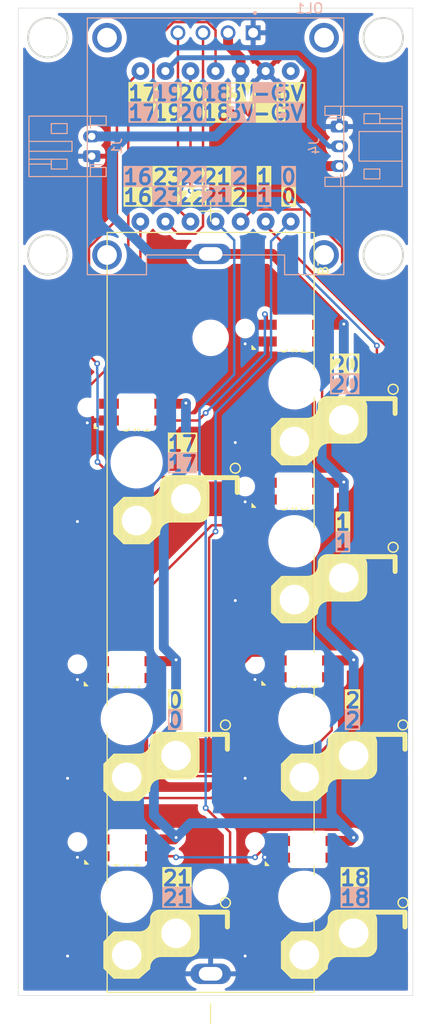
<source format=kicad_pcb>
(kicad_pcb (version 20240108) (generator "pcbnew") (generator_version "8.0")
  (layers (0 "F.Cu" signal) (31 "B.Cu" signal) (34 "B.Paste" user) (35 "F.Paste" user) (36 "B.SilkS" user "B.Silkscreen") (37 "F.SilkS" user "F.Silkscreen") (38 "B.Mask" user) (39 "F.Mask" user) (44 "Edge.Cuts" user))
  (net 0 "")
  (net 1 "unconnected-(LED5-DOUT-Pad2)")
  (net 2 "VCC")
  (net 3 "GND")
  (net 4 "LED")
  (net 5 "SW4")
  (net 6 "SW3")
  (net 7 "SW1")
  (net 8 "SW5")
  (net 9 "SW2")
  (net 10 "Net-(LED1-DOUT)")
  (net 11 "Net-(LED2-DOUT)")
  (net 12 "Net-(LED3-DOUT)")
  (net 13 "Net-(LED4-DOUT)")
  (net 14 "SCL")
  (net 15 "SDA")
  (net 16 "unconnected-(LED6-DOUT-Pad2)")
  (net 19 "LED2")
  (net 20 "SW6")
  (net 21 "SW7")
  (footprint "06:BAT_BK-18650-PC2" (layer "F.Cu") (at 69.5 111.2 -90)
    (property "Reference" "BT1" (at -35.455 -11.43 90) (layer "F.SilkS"))
    (property "Value" "BK-18650-PC2")
    (pad "" np_thru_hole circle (at -27.805 0 270) (size 3.2 3.2) (drill 3.2) (layers "*.Cu" "*.Mask"))
    (pad "" np_thru_hole circle (at 27.81 0 270) (size 3.2 3.2) (drill 3.2) (layers "*.Cu" "*.Mask"))
    (pad "+" thru_hole oval (at -36.3 0 270) (size 2.07 4.14) (drill oval 1.38 2.4) (layers "*.Cu" "*.Mask") (net 2 "VCC"))
    (pad "-" thru_hole oval (at 36.6 0 270) (size 2.07 4.14) (drill oval 1.38 2.4) (layers "*.Cu" "*.Mask") (net 3 "GND"))
  )
  (footprint "00Lib:SK6812MINI-E-backside3D" (layer "F.Cu") (at 79.35 132.275)
    (property "Reference" "LED7")
    (property "Value" "RGBLED_SK6812MINI-E")
    (pad "" np_thru_hole oval (at -1.6 2.925) (size 0.3 3.3) (drill oval 0.3 3.3) (layers "F&B.Cu" "*.Mask"))
    (pad "" np_thru_hole oval (at -1.325 2.925) (size 0.5 3.3) (drill oval 0.5 3.3) (layers "F&B.Cu" "*.Mask"))
    (pad "" np_thru_hole oval (at -0.7 2.925) (size 1.5 3.3) (drill oval 1.5 3.3) (layers "F&B.Cu" "*.Mask"))
    (pad "" np_thru_hole oval (at 0 1.425 90) (size 0.3 3.5) (drill oval 0.3 3.5) (layers "F&B.Cu" "*.Mask"))
    (pad "" np_thru_hole oval (at 0 4.425 90) (size 0.3 3.5) (drill oval 0.3 3.5) (layers "F&B.Cu" "*.Mask"))
    (pad "" np_thru_hole oval (at 0.25 2.925) (size 1.5 3.3) (drill oval 1.5 3.3) (layers "F&B.Cu" "*.Mask"))
    (pad "" np_thru_hole oval (at 0.675 2.925) (size 1.5 3.3) (drill oval 1.5 3.3) (layers "F&B.Cu" "*.Mask"))
    (pad "" np_thru_hole oval (at 1.325 2.925) (size 0.5 3.3) (drill oval 0.5 3.3) (layers "F&B.Cu" "*.Mask"))
    (pad "" np_thru_hole oval (at 1.6 2.925) (size 0.3 3.3) (drill oval 0.3 3.3) (layers "F&B.Cu" "*.Mask"))
    (pad "1" smd rect (at 2.8 2.0675) (size 2 1.02) (layers "F.Cu" "F.Paste" "F.Mask") (net 2 "VCC"))
    (pad "2" smd rect (at 2.8 3.7675) (size 2 1.02) (layers "F.Cu" "F.Paste" "F.Mask"))
    (pad "3" smd rect (at -2.8 3.7675) (size 2 1.02) (layers "F.Cu" "F.Paste" "F.Mask") (net 3 "GND"))
    (pad "4" smd rect (at -2.8 2.0675) (size 2 1.02) (layers "F.Cu" "F.Paste" "F.Mask") (net 16 "unconnected-(LED6-DOUT-Pad2)"))
  )
  (footprint "00Lib:SK6812MINI-E-backside3D" (layer "F.Cu") (at 61.05 132.125)
    (property "Reference" "LED6")
    (property "Value" "RGBLED_SK6812MINI-E")
    (pad "" np_thru_hole oval (at -1.6 2.925) (size 0.3 3.3) (drill oval 0.3 3.3) (layers "F&B.Cu" "*.Mask"))
    (pad "" np_thru_hole oval (at -1.325 2.925) (size 0.5 3.3) (drill oval 0.5 3.3) (layers "F&B.Cu" "*.Mask"))
    (pad "" np_thru_hole oval (at -0.7 2.925) (size 1.5 3.3) (drill oval 1.5 3.3) (layers "F&B.Cu" "*.Mask"))
    (pad "" np_thru_hole oval (at 0 1.425 90) (size 0.3 3.5) (drill oval 0.3 3.5) (layers "F&B.Cu" "*.Mask"))
    (pad "" np_thru_hole oval (at 0 4.425 90) (size 0.3 3.5) (drill oval 0.3 3.5) (layers "F&B.Cu" "*.Mask"))
    (pad "" np_thru_hole oval (at 0.25 2.925) (size 1.5 3.3) (drill oval 1.5 3.3) (layers "F&B.Cu" "*.Mask"))
    (pad "" np_thru_hole oval (at 0.675 2.925) (size 1.5 3.3) (drill oval 1.5 3.3) (layers "F&B.Cu" "*.Mask"))
    (pad "" np_thru_hole oval (at 1.325 2.925) (size 0.5 3.3) (drill oval 0.5 3.3) (layers "F&B.Cu" "*.Mask"))
    (pad "" np_thru_hole oval (at 1.6 2.925) (size 0.3 3.3) (drill oval 0.3 3.3) (layers "F&B.Cu" "*.Mask"))
    (pad "1" smd rect (at 2.8 2.0675) (size 2 1.02) (layers "F.Cu" "F.Paste" "F.Mask") (net 2 "VCC"))
    (pad "2" smd rect (at 2.8 3.7675) (size 2 1.02) (layers "F.Cu" "F.Paste" "F.Mask") (net 16 "unconnected-(LED6-DOUT-Pad2)"))
    (pad "3" smd rect (at -2.8 3.7675) (size 2 1.02) (layers "F.Cu" "F.Paste" "F.Mask") (net 3 "GND"))
    (pad "4" smd rect (at -2.8 2.0675) (size 2 1.02) (layers "F.Cu" "F.Paste" "F.Mask") (net 1 "unconnected-(LED5-DOUT-Pad2)"))
  )
  (footprint "00Lib:SK6812MINI-E-backside3D" (layer "F.Cu") (at 62 88)
    (property "Reference" "LED1")
    (property "Value" "RGBLED_SK6812MINI-E")
    (pad "" np_thru_hole oval (at -1.6 2.925) (size 0.3 3.3) (drill oval 0.3 3.3) (layers "F&B.Cu" "*.Mask"))
    (pad "" np_thru_hole oval (at -1.325 2.925) (size 0.5 3.3) (drill oval 0.5 3.3) (layers "F&B.Cu" "*.Mask"))
    (pad "" np_thru_hole oval (at -0.7 2.925) (size 1.5 3.3) (drill oval 1.5 3.3) (layers "F&B.Cu" "*.Mask"))
    (pad "" np_thru_hole oval (at 0 1.425 90) (size 0.3 3.5) (drill oval 0.3 3.5) (layers "F&B.Cu" "*.Mask"))
    (pad "" np_thru_hole oval (at 0 4.425 90) (size 0.3 3.5) (drill oval 0.3 3.5) (layers "F&B.Cu" "*.Mask"))
    (pad "" np_thru_hole oval (at 0.25 2.925) (size 1.5 3.3) (drill oval 1.5 3.3) (layers "F&B.Cu" "*.Mask"))
    (pad "" np_thru_hole oval (at 0.675 2.925) (size 1.5 3.3) (drill oval 1.5 3.3) (layers "F&B.Cu" "*.Mask"))
    (pad "" np_thru_hole oval (at 1.325 2.925) (size 0.5 3.3) (drill oval 0.5 3.3) (layers "F&B.Cu" "*.Mask"))
    (pad "" np_thru_hole oval (at 1.6 2.925) (size 0.3 3.3) (drill oval 0.3 3.3) (layers "F&B.Cu" "*.Mask"))
    (pad "1" smd rect (at 2.8 2.0675) (size 2 1.02) (layers "F.Cu" "F.Paste" "F.Mask") (net 2 "VCC"))
    (pad "2" smd rect (at 2.8 3.7675) (size 2 1.02) (layers "F.Cu" "F.Paste" "F.Mask") (net 10 "Net-(LED1-DOUT)"))
    (pad "3" smd rect (at -2.8 3.7675) (size 2 1.02) (layers "F.Cu" "F.Paste" "F.Mask") (net 3 "GND"))
    (pad "4" smd rect (at -2.8 2.0675) (size 2 1.02) (layers "F.Cu" "F.Paste" "F.Mask") (net 4 "LED"))
  )
  (footprint "kbd_Parts:Micon_XIAO_TH3D" (layer "F.Cu") (at 70 64 -90)
    (property "Reference" "U1" (hide yes))
    (property "Value" "xiao-th" (hide yes))
    (pad "1" thru_hole circle (at 7.62 -7.62 90) (size 1.8 1.8) (drill 0.8128) (layers "*.Cu" "*.Mask") (net 5 "SW4"))
    (pad "2" thru_hole circle (at 7.62 -5.08 90) (size 1.8 1.8) (drill 0.8128) (layers "*.Cu" "*.Mask") (net 6 "SW3"))
    (pad "3" thru_hole circle (at 7.62 -2.54 90) (size 1.8 1.8) (drill 0.8128) (layers "*.Cu" "*.Mask") (net 8 "SW5"))
    (pad "4" thru_hole circle (at 7.62 0 90) (size 1.8 1.8) (drill 0.8128) (layers "*.Cu" "*.Mask") (net 20 "SW6"))
    (pad "5" thru_hole circle (at 7.62 2.54 90) (size 1.8 1.8) (drill 0.8128) (layers "*.Cu" "*.Mask") (net 15 "SDA"))
    (pad "6" thru_hole circle (at 7.62 5.08 90) (size 1.8 1.8) (drill 0.8128) (layers "*.Cu" "*.Mask") (net 14 "SCL"))
    (pad "7" thru_hole circle (at 7.62 7.62 90) (size 1.8 1.8) (drill 0.8128) (layers "*.Cu" "*.Mask") (net 4 "LED"))
    (pad "8" thru_hole circle (at -7.62 7.62 270) (size 1.8 1.8) (drill 0.8128) (layers "*.Cu" "*.Mask") (net 7 "SW1"))
    (pad "9" thru_hole circle (at -7.62 5.08 270) (size 1.8 1.8) (drill 0.8128) (layers "*.Cu" "*.Mask") (net 19 "LED2"))
    (pad "10" thru_hole circle (at -7.62 2.54 270) (size 1.8 1.8) (drill 0.8128) (layers "*.Cu" "*.Mask") (net 9 "SW2"))
    (pad "11" thru_hole circle (at -7.62 0 270) (size 1.8 1.8) (drill 0.8128) (layers "*.Cu" "*.Mask") (net 21 "SW7"))
    (pad "12" thru_hole circle (at -7.62 -2.54 270) (size 1.8 1.8) (drill 0.8128) (layers "*.Cu" "*.Mask") (net 2 "VCC"))
    (pad "13" thru_hole circle (at -7.62 -5.08 270) (size 1.8 1.8) (drill 0.8128) (layers "*.Cu" "*.Mask") (net 3 "GND"))
    (pad "14" thru_hole circle (at -7.62 -7.62 270) (size 1.8 1.8) (drill 0.8128) (layers "*.Cu" "*.Mask"))
  )
  (footprint "05kbd_SW_PCBA.pretty:Choc_v2_Hotswap_1u_16_3D" (layer "F.Cu") (at 62 96)
    (property "Reference" "SW1" (at 0 -3.65 180) (layer "F.SilkS"))
    (property "Value" "SW_PUSH" (hide yes))
    (pad "" np_thru_hole circle (at -5 -5.55) (size 1 1) (drill oval 1) (layers "F&B.Cu" "*.Mask"))
    (pad "" np_thru_hole circle (at 0 0 270) (size 4.8 4.8) (drill 4.8) (layers "F&B.Cu" "*.Mask"))
    (pad "" np_thru_hole circle (at 0 5.9 270) (size 3 3) (drill 3) (layers "F&B.Cu" "*.Mask"))
    (pad "" np_thru_hole circle (at 5 3.7 270) (size 3 3) (drill 3) (layers "F&B.Cu" "*.Mask"))
    (pad "1" smd rect (at 8.35 3.7 180) (size 3 3.5) (layers "F.Cu" "F.Paste" "F.Mask") (net 7 "SW1"))
    (pad "2" smd rect (at -3.55 5.9 180) (size 3 3.5) (layers "F.Cu" "F.Paste" "F.Mask") (net 3 "GND"))
  )
  (footprint "05kbd_SW_PCBA.pretty:Choc_v2_Hotswap_1u_16_3D" (layer "F.Cu") (at 78 88)
    (property "Reference" "SW2" (at 0 -3.65 180) (layer "F.SilkS"))
    (property "Value" "SW_PUSH" (hide yes))
    (pad "" np_thru_hole circle (at -5 -5.55) (size 1 1) (drill oval 1) (layers "F&B.Cu" "*.Mask"))
    (pad "" np_thru_hole circle (at 0 0 270) (size 4.8 4.8) (drill 4.8) (layers "F&B.Cu" "*.Mask"))
    (pad "" np_thru_hole circle (at 0 5.9 270) (size 3 3) (drill 3) (layers "F&B.Cu" "*.Mask"))
    (pad "" np_thru_hole circle (at 5 3.7 270) (size 3 3) (drill 3) (layers "F&B.Cu" "*.Mask"))
    (pad "1" smd rect (at 8.35 3.7 180) (size 3 3.5) (layers "F.Cu" "F.Paste" "F.Mask") (net 9 "SW2"))
    (pad "2" smd rect (at -3.55 5.9 180) (size 3 3.5) (layers "F.Cu" "F.Paste" "F.Mask") (net 3 "GND"))
  )
  (footprint "05kbd_SW_PCBA.pretty:Choc_v2_Hotswap_1u_16_3D" (layer "F.Cu") (at 61 140)
    (property "Reference" "SW6" (at 0 -3.65 180) (layer "F.SilkS"))
    (property "Value" "SW_PUSH" (hide yes))
    (pad "" np_thru_hole circle (at -5 -5.55) (size 1 1) (drill oval 1) (layers "F&B.Cu" "*.Mask"))
    (pad "" np_thru_hole circle (at 0 0 270) (size 4.8 4.8) (drill 4.8) (layers "F&B.Cu" "*.Mask"))
    (pad "" np_thru_hole circle (at 0 5.9 270) (size 3 3) (drill 3) (layers "F&B.Cu" "*.Mask"))
    (pad "" np_thru_hole circle (at 5 3.7 270) (size 3 3) (drill 3) (layers "F&B.Cu" "*.Mask"))
    (pad "1" smd rect (at 8.35 3.7 180) (size 3 3.5) (layers "F.Cu" "F.Paste" "F.Mask") (net 20 "SW6"))
    (pad "2" smd rect (at -3.55 5.9 180) (size 3 3.5) (layers "F.Cu" "F.Paste" "F.Mask") (net 3 "GND"))
  )
  (footprint "00Lib:SK6812MINI-E-backside3D" (layer "F.Cu") (at 79 114)
    (property "Reference" "LED5")
    (property "Value" "RGBLED_SK6812MINI-E")
    (pad "" np_thru_hole oval (at -1.6 2.925) (size 0.3 3.3) (drill oval 0.3 3.3) (layers "F&B.Cu" "*.Mask"))
    (pad "" np_thru_hole oval (at -1.325 2.925) (size 0.5 3.3) (drill oval 0.5 3.3) (layers "F&B.Cu" "*.Mask"))
    (pad "" np_thru_hole oval (at -0.7 2.925) (size 1.5 3.3) (drill oval 1.5 3.3) (layers "F&B.Cu" "*.Mask"))
    (pad "" np_thru_hole oval (at 0 1.425 90) (size 0.3 3.5) (drill oval 0.3 3.5) (layers "F&B.Cu" "*.Mask"))
    (pad "" np_thru_hole oval (at 0 4.425 90) (size 0.3 3.5) (drill oval 0.3 3.5) (layers "F&B.Cu" "*.Mask"))
    (pad "" np_thru_hole oval (at 0.25 2.925) (size 1.5 3.3) (drill oval 1.5 3.3) (layers "F&B.Cu" "*.Mask"))
    (pad "" np_thru_hole oval (at 0.675 2.925) (size 1.5 3.3) (drill oval 1.5 3.3) (layers "F&B.Cu" "*.Mask"))
    (pad "" np_thru_hole oval (at 1.325 2.925) (size 0.5 3.3) (drill oval 0.5 3.3) (layers "F&B.Cu" "*.Mask"))
    (pad "" np_thru_hole oval (at 1.6 2.925) (size 0.3 3.3) (drill oval 0.3 3.3) (layers "F&B.Cu" "*.Mask"))
    (pad "1" smd rect (at 2.8 2.0675) (size 2 1.02) (layers "F.Cu" "F.Paste" "F.Mask") (net 2 "VCC"))
    (pad "2" smd rect (at 2.8 3.7675) (size 2 1.02) (layers "F.Cu" "F.Paste" "F.Mask") (net 1 "unconnected-(LED5-DOUT-Pad2)"))
    (pad "3" smd rect (at -2.8 3.7675) (size 2 1.02) (layers "F.Cu" "F.Paste" "F.Mask") (net 3 "GND"))
    (pad "4" smd rect (at -2.8 2.0675) (size 2 1.02) (layers "F.Cu" "F.Paste" "F.Mask") (net 13 "Net-(LED4-DOUT)"))
  )
  (footprint "05kbd_SW_PCBA.pretty:Choc_v2_Hotswap_1u_16_3D" (layer "F.Cu") (at 79 140)
    (property "Reference" "SW7" (at 0 -3.65 180) (layer "F.SilkS"))
    (property "Value" "SW_PUSH" (hide yes))
    (pad "" np_thru_hole circle (at -5 -5.55) (size 1 1) (drill oval 1) (layers "F&B.Cu" "*.Mask"))
    (pad "" np_thru_hole circle (at 0 0 270) (size 4.8 4.8) (drill 4.8) (layers "F&B.Cu" "*.Mask"))
    (pad "" np_thru_hole circle (at 0 5.9 270) (size 3 3) (drill 3) (layers "F&B.Cu" "*.Mask"))
    (pad "" np_thru_hole circle (at 5 3.7 270) (size 3 3) (drill 3) (layers "F&B.Cu" "*.Mask"))
    (pad "1" smd rect (at 8.35 3.7 180) (size 3 3.5) (layers "F.Cu" "F.Paste" "F.Mask") (net 21 "SW7"))
    (pad "2" smd rect (at -3.55 5.9 180) (size 3 3.5) (layers "F.Cu" "F.Paste" "F.Mask") (net 3 "GND"))
  )
  (footprint "05kbd_SW_PCBA.pretty:Choc_v2_Hotswap_1u_16_3D" (layer "F.Cu") (at 79 122)
    (property "Reference" "SW5" (at 0 -3.65 180) (layer "F.SilkS"))
    (property "Value" "SW_PUSH" (hide yes))
    (pad "" np_thru_hole circle (at -5 -5.55) (size 1 1) (drill oval 1) (layers "F&B.Cu" "*.Mask"))
    (pad "" np_thru_hole circle (at 0 0 270) (size 4.8 4.8) (drill 4.8) (layers "F&B.Cu" "*.Mask"))
    (pad "" np_thru_hole circle (at 0 5.9 270) (size 3 3) (drill 3) (layers "F&B.Cu" "*.Mask"))
    (pad "" np_thru_hole circle (at 5 3.7 270) (size 3 3) (drill 3) (layers "F&B.Cu" "*.Mask"))
    (pad "1" smd rect (at 8.35 3.7 180) (size 3 3.5) (layers "F.Cu" "F.Paste" "F.Mask") (net 8 "SW5"))
    (pad "2" smd rect (at -3.55 5.9 180) (size 3 3.5) (layers "F.Cu" "F.Paste" "F.Mask") (net 3 "GND"))
  )
  (footprint "00Lib:SK6812MINI-E-backside3D" (layer "F.Cu") (at 78 80)
    (property "Reference" "LED2")
    (property "Value" "RGBLED_SK6812MINI-E" (hide yes))
    (pad "" np_thru_hole oval (at -1.6 2.925) (size 0.3 3.3) (drill oval 0.3 3.3) (layers "F&B.Cu" "*.Mask"))
    (pad "" np_thru_hole oval (at -1.325 2.925) (size 0.5 3.3) (drill oval 0.5 3.3) (layers "F&B.Cu" "*.Mask"))
    (pad "" np_thru_hole oval (at -0.7 2.925) (size 1.5 3.3) (drill oval 1.5 3.3) (layers "F&B.Cu" "*.Mask"))
    (pad "" np_thru_hole oval (at 0 1.425 90) (size 0.3 3.5) (drill oval 0.3 3.5) (layers "F&B.Cu" "*.Mask"))
    (pad "" np_thru_hole oval (at 0 4.425 90) (size 0.3 3.5) (drill oval 0.3 3.5) (layers "F&B.Cu" "*.Mask"))
    (pad "" np_thru_hole oval (at 0.25 2.925) (size 1.5 3.3) (drill oval 1.5 3.3) (layers "F&B.Cu" "*.Mask"))
    (pad "" np_thru_hole oval (at 0.675 2.925) (size 1.5 3.3) (drill oval 1.5 3.3) (layers "F&B.Cu" "*.Mask"))
    (pad "" np_thru_hole oval (at 1.325 2.925) (size 0.5 3.3) (drill oval 0.5 3.3) (layers "F&B.Cu" "*.Mask"))
    (pad "" np_thru_hole oval (at 1.6 2.925) (size 0.3 3.3) (drill oval 0.3 3.3) (layers "F&B.Cu" "*.Mask"))
    (pad "1" smd rect (at 2.8 2.0675) (size 2 1.02) (layers "F.Cu" "F.Paste" "F.Mask") (net 2 "VCC"))
    (pad "2" smd rect (at 2.8 3.7675) (size 2 1.02) (layers "F.Cu" "F.Paste" "F.Mask") (net 11 "Net-(LED2-DOUT)"))
    (pad "3" smd rect (at -2.8 3.7675) (size 2 1.02) (layers "F.Cu" "F.Paste" "F.Mask") (net 3 "GND"))
    (pad "4" smd rect (at -2.8 2.0675) (size 2 1.02) (layers "F.Cu" "F.Paste" "F.Mask") (net 10 "Net-(LED1-DOUT)"))
  )
  (footprint "00Lib:SK6812MINI-E-backside3D" (layer "F.Cu") (at 61 114.075)
    (property "Reference" "LED4")
    (property "Value" "RGBLED_SK6812MINI-E")
    (pad "" np_thru_hole oval (at -1.6 2.925) (size 0.3 3.3) (drill oval 0.3 3.3) (layers "F&B.Cu" "*.Mask"))
    (pad "" np_thru_hole oval (at -1.325 2.925) (size 0.5 3.3) (drill oval 0.5 3.3) (layers "F&B.Cu" "*.Mask"))
    (pad "" np_thru_hole oval (at -0.7 2.925) (size 1.5 3.3) (drill oval 1.5 3.3) (layers "F&B.Cu" "*.Mask"))
    (pad "" np_thru_hole oval (at 0 1.425 90) (size 0.3 3.5) (drill oval 0.3 3.5) (layers "F&B.Cu" "*.Mask"))
    (pad "" np_thru_hole oval (at 0 4.425 90) (size 0.3 3.5) (drill oval 0.3 3.5) (layers "F&B.Cu" "*.Mask"))
    (pad "" np_thru_hole oval (at 0.25 2.925) (size 1.5 3.3) (drill oval 1.5 3.3) (layers "F&B.Cu" "*.Mask"))
    (pad "" np_thru_hole oval (at 0.675 2.925) (size 1.5 3.3) (drill oval 1.5 3.3) (layers "F&B.Cu" "*.Mask"))
    (pad "" np_thru_hole oval (at 1.325 2.925) (size 0.5 3.3) (drill oval 0.5 3.3) (layers "F&B.Cu" "*.Mask"))
    (pad "" np_thru_hole oval (at 1.6 2.925) (size 0.3 3.3) (drill oval 0.3 3.3) (layers "F&B.Cu" "*.Mask"))
    (pad "1" smd rect (at 2.8 2.0675) (size 2 1.02) (layers "F.Cu" "F.Paste" "F.Mask") (net 2 "VCC"))
    (pad "2" smd rect (at 2.8 3.7675) (size 2 1.02) (layers "F.Cu" "F.Paste" "F.Mask") (net 13 "Net-(LED4-DOUT)"))
    (pad "3" smd rect (at -2.8 3.7675) (size 2 1.02) (layers "F.Cu" "F.Paste" "F.Mask") (net 3 "GND"))
    (pad "4" smd rect (at -2.8 2.0675) (size 2 1.02) (layers "F.Cu" "F.Paste" "F.Mask") (net 12 "Net-(LED3-DOUT)"))
  )
  (footprint "05kbd_SW_PCBA.pretty:Choc_v2_Hotswap_1u_16_3D" (layer "F.Cu") (at 78 104)
    (property "Reference" "SW3" (at 0 -3.65 180) (layer "F.SilkS"))
    (property "Value" "SW_PUSH" (hide yes))
    (pad "" np_thru_hole circle (at -5 -5.55) (size 1 1) (drill oval 1) (layers "F&B.Cu" "*.Mask"))
    (pad "" np_thru_hole circle (at 0 0 270) (size 4.8 4.8) (drill 4.8) (layers "F&B.Cu" "*.Mask"))
    (pad "" np_thru_hole circle (at 0 5.9 270) (size 3 3) (drill 3) (layers "F&B.Cu" "*.Mask"))
    (pad "" np_thru_hole circle (at 5 3.7 270) (size 3 3) (drill 3) (layers "F&B.Cu" "*.Mask"))
    (pad "1" smd rect (at 8.35 3.7 180) (size 3 3.5) (layers "F.Cu" "F.Paste" "F.Mask") (net 6 "SW3"))
    (pad "2" smd rect (at -3.55 5.9 180) (size 3 3.5) (layers "F.Cu" "F.Paste" "F.Mask") (net 3 "GND"))
  )
  (footprint "00Lib:SK6812MINI-E-backside3D" (layer "F.Cu") (at 78 96)
    (property "Reference" "LED3")
    (property "Value" "RGBLED_SK6812MINI-E")
    (pad "" np_thru_hole oval (at -1.6 2.925) (size 0.3 3.3) (drill oval 0.3 3.3) (layers "F&B.Cu" "*.Mask"))
    (pad "" np_thru_hole oval (at -1.325 2.925) (size 0.5 3.3) (drill oval 0.5 3.3) (layers "F&B.Cu" "*.Mask"))
    (pad "" np_thru_hole oval (at -0.7 2.925) (size 1.5 3.3) (drill oval 1.5 3.3) (layers "F&B.Cu" "*.Mask"))
    (pad "" np_thru_hole oval (at 0 1.425 90) (size 0.3 3.5) (drill oval 0.3 3.5) (layers "F&B.Cu" "*.Mask"))
    (pad "" np_thru_hole oval (at 0 4.425 90) (size 0.3 3.5) (drill oval 0.3 3.5) (layers "F&B.Cu" "*.Mask"))
    (pad "" np_thru_hole oval (at 0.25 2.925) (size 1.5 3.3) (drill oval 1.5 3.3) (layers "F&B.Cu" "*.Mask"))
    (pad "" np_thru_hole oval (at 0.675 2.925) (size 1.5 3.3) (drill oval 1.5 3.3) (layers "F&B.Cu" "*.Mask"))
    (pad "" np_thru_hole oval (at 1.325 2.925) (size 0.5 3.3) (drill oval 0.5 3.3) (layers "F&B.Cu" "*.Mask"))
    (pad "" np_thru_hole oval (at 1.6 2.925) (size 0.3 3.3) (drill oval 0.3 3.3) (layers "F&B.Cu" "*.Mask"))
    (pad "1" smd rect (at 2.8 2.0675) (size 2 1.02) (layers "F.Cu" "F.Paste" "F.Mask") (net 2 "VCC"))
    (pad "2" smd rect (at 2.8 3.7675) (size 2 1.02) (layers "F.Cu" "F.Paste" "F.Mask") (net 12 "Net-(LED3-DOUT)"))
    (pad "3" smd rect (at -2.8 3.7675) (size 2 1.02) (layers "F.Cu" "F.Paste" "F.Mask") (net 3 "GND"))
    (pad "4" smd rect (at -2.8 2.0675) (size 2 1.02) (layers "F.Cu" "F.Paste" "F.Mask") (net 11 "Net-(LED2-DOUT)"))
  )
  (footprint "05kbd_SW_PCBA.pretty:Choc_v2_Hotswap_1u_16_3D" (layer "F.Cu") (at 61 122)
    (property "Reference" "SW4" (at 0 -3.65 180) (layer "F.SilkS"))
    (property "Value" "SW_PUSH" (hide yes))
    (pad "" np_thru_hole circle (at -5 -5.55) (size 1 1) (drill oval 1) (layers "F&B.Cu" "*.Mask"))
    (pad "" np_thru_hole circle (at 0 0 270) (size 4.8 4.8) (drill 4.8) (layers "F&B.Cu" "*.Mask"))
    (pad "" np_thru_hole circle (at 0 5.9 270) (size 3 3) (drill 3) (layers "F&B.Cu" "*.Mask"))
    (pad "" np_thru_hole circle (at 5 3.7 270) (size 3 3) (drill 3) (layers "F&B.Cu" "*.Mask"))
    (pad "1" smd rect (at 8.35 3.7 180) (size 3 3.5) (layers "F.Cu" "F.Paste" "F.Mask") (net 5 "SW4"))
    (pad "2" smd rect (at -3.55 5.9 180) (size 3 3.5) (layers "F.Cu" "F.Paste" "F.Mask") (net 3 "GND"))
  )
  (footprint "Connector_JST:JST_PH_S3B-PH-K_1x03_P2.00mm_Horizontal" (layer "B.Cu") (at 82.55 62 -90)
    (property "Reference" "J4" (at 2 2.55 90) (layer "B.SilkS") (effects (justify mirror)))
    (property "Value" "Conn_01x03")
    (pad "1" thru_hole roundrect (at 0 0 270) (size 1.2 1.75) (drill 0.75) (layers "*.Cu" "*.Mask") (roundrect_rratio 0.208333) (net 3 "GND"))
    (pad "2" thru_hole oval (at 2 0 270) (size 1.2 1.75) (drill 0.75) (layers "*.Cu" "*.Mask") (net 19 "LED2"))
    (pad "3" thru_hole oval (at 4 0 270) (size 1.2 1.75) (drill 0.75) (layers "*.Cu" "*.Mask") (net 2 "VCC"))
  )
  (footprint "Connector_JST:JST_PH_S2B-PH-K_1x02_P2.00mm_Horizontal" (layer "B.Cu") (at 57.45 65 90)
    (property "Reference" "J1" (at 1 2.55 90) (layer "B.SilkS") (effects (justify mirror)))
    (property "Value" "Conn_01x02")
    (pad "1" thru_hole roundrect (at 0 0 90) (size 1.2 1.75) (drill 0.75) (layers "*.Cu" "*.Mask") (roundrect_rratio 0.208333) (net 3 "GND"))
    (pad "2" thru_hole oval (at 2 0 90) (size 1.2 1.75) (drill 0.75) (layers "*.Cu" "*.Mask") (net 2 "VCC"))
  )
  (footprint "07:MODULE_DM-OLED096-636" (layer "B.Cu") (at 70 64 180)
    (property "Reference" "OL1" (at -9.525 13.97 0) (layer "B.SilkS") (effects (justify mirror)))
    (property "Value" "OLED")
    (pad "1" thru_hole rect (at -3.81 11.5 180) (size 1.508 1.508) (drill 1) (layers "*.Cu" "*.Mask") (net 3 "GND"))
    (pad "2" thru_hole circle (at -1.27 11.5 180) (size 1.508 1.508) (drill 1) (layers "*.Cu" "*.Mask") (net 2 "VCC"))
    (pad "3" thru_hole circle (at 1.27 11.5 180) (size 1.508 1.508) (drill 1) (layers "*.Cu" "*.Mask") (net 14 "SCL"))
    (pad "4" thru_hole circle (at 3.81 11.5 180) (size 1.508 1.508) (drill 1) (layers "*.Cu" "*.Mask") (net 15 "SDA"))
    (pad "S1" thru_hole circle (at -11 11 180) (size 3 3) (drill 2) (layers "*.Cu" "*.Mask"))
    (pad "S2" thru_hole circle (at 11 11 180) (size 3 3) (drill 2) (layers "*.Cu" "*.Mask"))
    (pad "S3" thru_hole circle (at 11 -11 180) (size 3 3) (drill 2) (layers "*.Cu" "*.Mask"))
    (pad "S4" thru_hole circle (at -11 -11 180) (size 3 3) (drill 2) (layers "*.Cu" "*.Mask"))
  )
  (gr_line (start 90 150) (end 50 150) (stroke (width 0.05)) (layer "Edge.Cuts"))
  (gr_line (start 90 50) (end 90 150) (stroke (width 0.05)) (layer "Edge.Cuts"))
  (gr_circle (center 87 75) (end 89 75) (stroke (width 0.2)) (fill none) (layer "Edge.Cuts"))
  (gr_line (start 50 150) (end 50 50) (stroke (width 0.05)) (layer "Edge.Cuts"))
  (gr_circle (center 53 53) (end 55 53) (stroke (width 0.2)) (fill none) (layer "Edge.Cuts"))
  (gr_circle (center 53 75) (end 55 75) (stroke (width 0.2)) (fill none) (layer "Edge.Cuts"))
  (gr_circle (center 87 53) (end 89 53) (stroke (width 0.2)) (fill none) (layer "Edge.Cuts"))
  (gr_line (start 50 50) (end 90 50) (stroke (width 0.05)) (layer "Edge.Cuts"))
  (gr_text "0" (at 76.5 68 0) (layer "B.SilkS" knockout) (effects (font (size 1.5 1.5) (thickness 0.3) (bold yes)) (justify left bottom)))
  (gr_text "1" (at 74 70 0) (layer "B.SilkS" knockout) (effects (font (size 1.5 1.5) (thickness 0.3) (bold yes)) (justify left bottom)))
  (gr_text "21" (at 68.5 70 0) (layer "B.SilkS" knockout) (effects (font (size 1.5 1.5) (thickness 0.3) (bold yes)) (justify left bottom)))
  (gr_text "23" (at 63.5 70 0) (layer "B.SilkS" knockout) (effects (font (size 1.5 1.5) (thickness 0.3) (bold yes)) (justify left bottom)))
  (gr_text "21" (at 64.5 141 0) (layer "B.SilkS" knockout) (effects (font (size 1.5 1.5) (thickness 0.3) (bold yes)) (justify left bottom)))
  (gr_text "18" (at 68.5 59.5 0) (layer "B.SilkS" knockout) (effects (font (size 1.5 1.5) (thickness 0.3) (bold yes)) (justify left bottom)))
  (gr_text "1" (at 82 105 0) (layer "B.SilkS" knockout) (effects (font (size 1.5 1.5) (thickness 0.3) (bold yes)) (justify left bottom)))
  (gr_text "3V" (at 71 61.5 0) (layer "B.SilkS" knockout) (effects (font (size 1.5 1.5) (thickness 0.3) (bold yes)) (justify left bottom)))
  (gr_text "18" (at 82.5 141 0) (layer "B.SilkS" knockout) (effects (font (size 1.5 1.5) (thickness 0.3) (bold yes)) (justify left bottom)))
  (gr_text "2" (at 83 123 0) (layer "B.SilkS" knockout) (effects (font (size 1.5 1.5) (thickness 0.3) (bold yes)) (justify left bottom)))
  (gr_text "2" (at 71.5 68 0) (layer "B.SilkS" knockout) (effects (font (size 1.5 1.5) (thickness 0.3) (bold yes)) (justify left bottom)))
  (gr_text "5V" (at 76 61.5 0) (layer "B.SilkS" knockout) (effects (font (size 1.5 1.5) (thickness 0.3) (bold yes)) (justify left bottom)))
  (gr_text "19" (at 63.5 59.5 0) (layer "B.SilkS" knockout) (effects (font (size 1.5 1.5) (thickness 0.3) (bold yes)) (justify left bottom)))
  (gr_text "20" (at 66 61.5 0) (layer "B.SilkS" knockout) (effects (font (size 1.5 1.5) (thickness 0.3) (bold yes)) (justify left bottom)))
  (gr_text "0" (at 65 123 0) (layer "B.SilkS" knockout) (effects (font (size 1.5 1.5) (thickness 0.3) (bold yes)) (justify left bottom)))
  (gr_text "-G" (at 73.5 59.5 0) (layer "B.SilkS" knockout) (effects (font (size 1.5 1.5) (thickness 0.3) (bold yes)) (justify left bottom)))
  (gr_text "17" (at 61 61.5 0) (layer "B.SilkS" knockout) (effects (font (size 1.5 1.5) (thickness 0.3) (bold yes)) (justify left bottom)))
  (gr_text "16" (at 60.5 68 0) (layer "B.SilkS" knockout) (effects (font (size 1.5 1.5) (thickness 0.3) (bold yes)) (justify left bottom)))
  (gr_text "17" (at 65 97 0) (layer "B.SilkS" knockout) (effects (font (size 1.5 1.5) (thickness 0.3) (bold yes)) (justify left bottom)))
  (gr_text "20" (at 81.5 89 0) (layer "B.SilkS" knockout) (effects (font (size 1.5 1.5) (thickness 0.3) (bold yes)) (justify left bottom)))
  (gr_text "22" (at 66 68 0) (layer "B.SilkS" knockout) (effects (font (size 1.5 1.5) (thickness 0.3) (bold yes)) (justify left bottom)))
  (gr_text "2" (at 71.5 70 0) (layer "F.SilkS" knockout) (effects (font (size 1.5 1.5) (thickness 0.3) (bold yes)) (justify left bottom)))
  (gr_text "1" (at 74 68 0) (layer "F.SilkS" knockout) (effects (font (size 1.5 1.5) (thickness 0.3) (bold yes)) (justify left bottom)))
  (gr_text "22" (at 66 70 0) (layer "F.SilkS" knockout) (effects (font (size 1.5 1.5) (thickness 0.3) (bold yes)) (justify left bottom)))
  (gr_text "20" (at 81.5 87 0) (layer "F.SilkS" knockout) (effects (font (size 1.5 1.5) (thickness 0.3) (bold yes)) (justify left bottom)))
  (gr_text "2" (at 83 121 0) (layer "F.SilkS" knockout) (effects (font (size 1.5 1.5) (thickness 0.3) (bold yes)) (justify left bottom)))
  (gr_text "16" (at 60.5 70 0) (layer "F.SilkS" knockout) (effects (font (size 1.5 1.5) (thickness 0.3) (bold yes)) (justify left bottom)))
  (gr_text "17" (at 65 95 0) (layer "F.SilkS" knockout) (effects (font (size 1.5 1.5) (thickness 0.3) (bold yes)) (justify left bottom)))
  (gr_text "1" (at 82 103 0) (layer "F.SilkS" knockout) (effects (font (size 1.5 1.5) (thickness 0.3) (bold yes)) (justify left bottom)))
  (gr_text "20" (at 66 59.5 0) (layer "F.SilkS" knockout) (effects (font (size 1.5 1.5) (thickness 0.3) (bold yes)) (justify left bottom)))
  (gr_text "21" (at 64.5 139 0) (layer "F.SilkS" knockout) (effects (font (size 1.5 1.5) (thickness 0.3) (bold yes)) (justify left bottom)))
  (gr_text "-G" (at 73.5 61.5 0) (layer "F.SilkS" knockout) (effects (font (size 1.5 1.5) (thickness 0.3) (bold yes)) (justify left bottom)))
  (gr_text "19" (at 63.5 61.5 0) (layer "F.SilkS" knockout) (effects (font (size 1.5 1.5) (thickness 0.3) (bold yes)) (justify left bottom)))
  (gr_text "17" (at 61 59.5 0) (layer "F.SilkS" knockout) (effects (font (size 1.5 1.5) (thickness 0.3) (bold yes)) (justify left bottom)))
  (gr_text "5V" (at 76 59.5 0) (layer "F.SilkS" knockout) (effects (font (size 1.5 1.5) (thickness 0.3) (bold yes)) (justify left bottom)))
  (gr_text "0" (at 65 121 0) (layer "F.SilkS" knockout) (effects (font (size 1.5 1.5) (thickness 0.3) (bold yes)) (justify left bottom)))
  (gr_text "18" (at 68.5 61.5 0) (layer "F.SilkS" knockout) (effects (font (size 1.5 1.5) (thickness 0.3) (bold yes)) (justify left bottom)))
  (gr_text "23" (at 63.5 68 0) (layer "F.SilkS" knockout) (effects (font (size 1.5 1.5) (thickness 0.3) (bold yes)) (justify left bottom)))
  (gr_text "21" (at 68.5 68 0) (layer "F.SilkS" knockout) (effects (font (size 1.5 1.5) (thickness 0.3) (bold yes)) (justify left bottom)))
  (gr_text "18" (at 82.5 139 0) (layer "F.SilkS" knockout) (effects (font (size 1.5 1.5) (thickness 0.3) (bold yes)) (justify left bottom)))
  (gr_text "3V" (at 71 59.5 0) (layer "F.SilkS" knockout) (effects (font (size 1.5 1.5) (thickness 0.3) (bold yes)) (justify left bottom)))
  (gr_text "0" (at 76.5 70 0) (layer "F.SilkS" knockout) (effects (font (size 1.5 1.5) (thickness 0.3) (bold yes)) (justify left bottom)))
  (segment (start 61.903984 130) (end 58.25 133.653984) (width 0.25) (layer "F.Cu") (net 1))
  (segment (start 73.761396 125.825) (end 69.586396 130) (width 0.25) (layer "F.Cu") (net 1))
  (segment (start 81.8 117.7675) (end 81.8 119.2) (width 0.25) (layer "F.Cu") (net 1))
  (segment (start 81.775 123.149443) (end 79.099443 125.825) (width 0.25) (layer "F.Cu") (net 1))
  (segment (start 79.099443 125.825) (end 73.761396 125.825) (width 0.25) (layer "F.Cu") (net 1))
  (segment (start 81.775 119.225) (end 81.775 123.149443) (width 0.25) (layer "F.Cu") (net 1))
  (segment (start 58.25 133.653984) (end 58.25 134.1925) (width 0.25) (layer "F.Cu") (net 1))
  (segment (start 69.586396 130) (end 61.903984 130) (width 0.25) (layer "F.Cu") (net 1))
  (segment (start 81.8 119.2) (end 81.775 119.225) (width 0.25) (layer "F.Cu") (net 1))
  (segment (start 83.6575 134.3425) (end 84 134) (width 1) (layer "F.Cu") (net 2))
  (segment (start 80.8 98.0675) (end 82.9325 98.0675) (width 1) (layer "F.Cu") (net 2))
  (segment (start 64.8 90.0675) (end 66.9325 90.0675) (width 1) (layer "F.Cu") (net 2))
  (segment (start 69.5 74.9) (end 75.765 74.9) (width 1) (layer "F.Cu") (net 2))
  (segment (start 63.8 116.1425) (end 65.8575 116.1425) (width 1) (layer "F.Cu") (net 2))
  (segment (start 72.54 59.46) (end 72.5 59.5) (width 1) (layer "F.Cu") (net 2))
  (segment (start 72.54 56.38) (end 72.54 59.46) (width 1) (layer "F.Cu") (net 2))
  (segment (start 66.9325 90.0675) (end 67 90) (width 1) (layer "F.Cu") (net 2))
  (segment (start 81.8 116.0675) (end 83.9325 116.0675) (width 1) (layer "F.Cu") (net 2))
  (segment (start 82.9325 98.0675) (end 83 98) (width 1) (layer "F.Cu") (net 2))
  (segment (start 63.85 134.1925) (end 65.8075 134.1925) (width 1) (layer "F.Cu") (net 2))
  (segment (start 79 66) (end 82.55 66) (width 1) (layer "F.Cu") (net 2))
  (segment (start 80.8 82.0675) (end 82.9325 82.0675) (width 1) (layer "F.Cu") (net 2))
  (segment (start 71.27 53.77) (end 72.54 55.04) (width 1) (layer "F.Cu") (net 2))
  (segment (start 72.54 55.04) (end 72.54 56.38) (width 1) (layer "F.Cu") (net 2))
  (segment (start 72.5 59.5) (end 79 66) (width 1) (layer "F.Cu") (net 2))
  (segment (start 83.9325 116.0675) (end 84 116) (width 1) (layer "F.Cu") (net 2))
  (segment (start 65.8075 134.1925) (end 66 134) (width 1) (layer "F.Cu") (net 2))
  (segment (start 82.9325 82.0675) (end 83 82) (width 1) (layer "F.Cu") (net 2))
  (segment (start 71.27 52.5) (end 71.27 53.77) (width 1) (layer "F.Cu") (net 2))
  (segment (start 75.765 74.9) (end 82.9325 82.0675) (width 1) (layer "F.Cu") (net 2))
  (segment (start 65.8575 116.1425) (end 66 116) (width 1) (layer "F.Cu") (net 2))
  (segment (start 82.15 134.3425) (end 83.6575 134.3425) (width 1) (layer "F.Cu") (net 2))
  (via (at 66 116) (size 0.6) (drill 0.3) (layers "F.Cu" "B.Cu") (net 2))
  (via (at 66 134) (size 0.6) (drill 0.3) (layers "F.Cu" "B.Cu") (net 2))
  (via (at 67 90) (size 0.6) (drill 0.3) (layers "F.Cu" "B.Cu") (net 2))
  (via (at 84 134) (size 0.6) (drill 0.3) (layers "F.Cu" "B.Cu") (net 2))
  (via (at 83 82) (size 0.6) (drill 0.3) (layers "F.Cu" "B.Cu") (net 2))
  (via (at 83 98) (size 0.6) (drill 0.3) (layers "F.Cu" "B.Cu") (net 2))
  (via (at 84 116) (size 0.6) (drill 0.3) (layers "F.Cu" "B.Cu") (net 2))
  (segment (start 83 98) (end 80.75 95.75) (width 1) (layer "B.Cu") (net 2))
  (segment (start 66 122.518019) (end 63.75 124.768019) (width 1) (layer "B.Cu") (net 2))
  (segment (start 63.75 124.768019) (end 63.75 131.75) (width 1) (layer "B.Cu") (net 2))
  (segment (start 66 134) (end 67.45 132.55) (width 1) (layer "B.Cu") (net 2))
  (segment (start 84 122) (end 84 116) (width 1) (layer "B.Cu") (net 2))
  (segment (start 63.75 131.75) (end 66 134) (width 1) (layer "B.Cu") (net 2))
  (segment (start 57.45 63) (end 61 63) (width 1) (layer "B.Cu") (net 2))
  (segment (start 67 96.518019) (end 64.75 98.768019) (width 1) (layer "B.Cu") (net 2))
  (segment (start 72.54 60.46) (end 72.54 56.38) (width 1) (layer "B.Cu") (net 2))
  (segment (start 83 88) (end 83 82) (width 1) (layer "B.Cu") (net 2))
  (segment (start 84 116) (end 80.75 112.75) (width 1) (layer "B.Cu") (net 2))
  (segment (start 80.75 105.704773) (end 83 103.454773) (width 1) (layer "B.Cu") (net 2))
  (segment (start 81.75 124.25) (end 84 122) (width 1) (layer "B.Cu") (net 2))
  (segment (start 59.5 64.5) (end 61 63) (width 1) (layer "B.Cu") (net 2))
  (segment (start 81.75 131.75) (end 81.75 124.25) (width 1) (layer "B.Cu") (net 2))
  (segment (start 64.75 114.75) (end 66 116) (width 1) (layer "B.Cu") (net 2))
  (segment (start 80.75 95.75) (end 80.75 90.25) (width 1) (layer "B.Cu") (net 2))
  (segment (start 69.5 74.9) (end 63.397258 74.9) (width 1) (layer "B.Cu") (net 2))
  (segment (start 67.45 132.55) (end 82.55 132.55) (width 1) (layer "B.Cu") (net 2))
  (segment (start 80.75 90.25) (end 83 88) (width 1) (layer "B.Cu") (net 2))
  (segment (start 64.75 98.768019) (end 64.75 114.75) (width 1) (layer "B.Cu") (net 2))
  (segment (start 80.75 112.75) (end 80.75 105.704773) (width 1) (layer "B.Cu") (net 2))
  (segment (start 63.397258 74.9) (end 59.5 71.002742) (width 1) (layer "B.Cu") (net 2))
  (segment (start 84 134) (end 81.75 131.75) (width 1) (layer "B.Cu") (net 2))
  (segment (start 70 63) (end 72.54 60.46) (width 1) (layer "B.Cu") (net 2))
  (segment (start 82.55 132.55) (end 84 134) (width 1) (layer "B.Cu") (net 2))
  (segment (start 83 103.454773) (end 83 98) (width 1) (layer "B.Cu") (net 2))
  (segment (start 59.5 71.002742) (end 59.5 64.5) (width 1) (layer "B.Cu") (net 2))
  (segment (start 66 116) (end 66 122.518019) (width 1) (layer "B.Cu") (net 2))
  (segment (start 61 63) (end 70 63) (width 1) (layer "B.Cu") (net 2))
  (segment (start 67 90) (end 67 96.518019) (width 1) (layer "B.Cu") (net 2))
  (segment (start 58.45 101.9) (end 56.1 101.9) (width 0.5) (layer "F.Cu") (net 3))
  (segment (start 74.45 109.9) (end 72.1 109.9) (width 0.5) (layer "F.Cu") (net 3))
  (segment (start 73.2325 83.7675) (end 73 84) (width 0.5) (layer "F.Cu") (net 3))
  (segment (start 56.1 101.9) (end 56 102) (width 0.5) (layer "F.Cu") (net 3))
  (segment (start 55.1 127.9) (end 55 128) (width 0.5) (layer "F.Cu") (net 3))
  (segment (start 73.1 145.9) (end 73 146) (width 0.5) (layer "F.Cu") (net 3))
  (segment (start 75.2 99.7675) (end 73.2325 99.7675) (width 0.5) (layer "F.Cu") (net 3))
  (segment (start 73.1 127.9) (end 73 128) (width 0.5) (layer "F.Cu") (net 3))
  (segment (start 57.45 127.9) (end 55.1 127.9) (width 0.5) (layer "F.Cu") (net 3))
  (segment (start 55.1 145.9) (end 55 146) (width 0.5) (layer "F.Cu") (net 3))
  (segment (start 57.45 145.9) (end 55.1 145.9) (width 0.5) (layer "F.Cu") (net 3))
  (segment (start 73.2325 99.7675) (end 73 100) (width 0.5) (layer "F.Cu") (net 3))
  (segment (start 75.45 127.9) (end 73.1 127.9) (width 0.5) (layer "F.Cu") (net 3))
  (segment (start 58.25 135.8925) (end 56.1075 135.8925) (width 0.5) (layer "F.Cu") (net 3))
  (segment (start 72.1 109.9) (end 72 110) (width 0.5) (layer "F.Cu") (net 3))
  (segment (start 75.2 83.7675) (end 73.2325 83.7675) (width 0.5) (layer "F.Cu") (net 3))
  (segment (start 75.0425 136.0425) (end 75 136) (width 0.5) (layer "F.Cu") (net 3))
  (segment (start 74.45 93.9) (end 72.1 93.9) (width 0.5) (layer "F.Cu") (net 3))
  (segment (start 76.2 117.7675) (end 74.2325 117.7675) (width 0.5) (layer "F.Cu") (net 3))
  (segment (start 59.2 91.7675) (end 57.2325 91.7675) (width 0.5) (layer "F.Cu") (net 3))
  (segment (start 76.55 136.0425) (end 75.0425 136.0425) (width 0.5) (layer "F.Cu") (net 3))
  (segment (start 75.45 145.9) (end 73.1 145.9) (width 0.5) (layer "F.Cu") (net 3))
  (segment (start 58.2 117.8425) (end 56.1575 117.8425) (width 0.5) (layer "F.Cu") (net 3))
  (segment (start 72.1 93.9) (end 72 94) (width 0.5) (layer "F.Cu") (net 3))
  (segment (start 57.2325 91.7675) (end 57 92) (width 0.5) (layer "F.Cu") (net 3))
  (segment (start 56.1575 117.8425) (end 56 118) (width 0.5) (layer "F.Cu") (net 3))
  (segment (start 74.2325 117.7675) (end 74 118) (width 0.5) (layer "F.Cu") (net 3))
  (segment (start 56.1075 135.8925) (end 56 136) (width 0.5) (layer "F.Cu") (net 3))
  (via (at 72 94) (size 0.6) (drill 0.3) (layers "F.Cu" "B.Cu") (net 3))
  (via (at 73 146) (size 0.6) (drill 0.3) (layers "F.Cu" "B.Cu") (net 3))
  (via (at 55 146) (size 0.6) (drill 0.3) (layers "F.Cu" "B.Cu") (net 3))
  (via (at 74 118) (size 0.6) (drill 0.3) (layers "F.Cu" "B.Cu") (net 3))
  (via (at 73 128) (size 0.6) (drill 0.3) (layers "F.Cu" "B.Cu") (net 3))
  (via (at 73 84) (size 0.6) (drill 0.3) (layers "F.Cu" "B.Cu") (net 3))
  (via (at 56 118) (size 0.6) (drill 0.3) (layers "F.Cu" "B.Cu") (net 3))
  (via (at 75 136) (size 0.6) (drill 0.3) (layers "F.Cu" "B.Cu") (net 3))
  (via (at 56 102) (size 0.6) (drill 0.3) (layers "F.Cu" "B.Cu") (net 3))
  (via (at 72 110) (size 0.6) (drill 0.3) (layers "F.Cu" "B.Cu") (net 3))
  (via (at 56 136) (size 0.6) (drill 0.3) (layers "F.Cu" "B.Cu") (net 3))
  (via (at 73 100) (size 0.6) (drill 0.3) (layers "F.Cu" "B.Cu") (net 3))
  (via (at 55 128) (size 0.6) (drill 0.3) (layers "F.Cu" "B.Cu") (net 3))
  (via (at 57 92) (size 0.6) (drill 0.3) (layers "F.Cu" "B.Cu") (net 3))
  (segment (start 59.2 89.528984) (end 59.2 90.0675) (width 0.25) (layer "F.Cu") (net 4))
  (segment (start 62.38 86.348984) (end 59.2 89.528984) (width 0.25) (layer "F.Cu") (net 4))
  (segment (start 62.38 71.62) (end 62.38 86.348984) (width 0.25) (layer "F.Cu") (net 4))
  (segment (start 69.35 125.7) (end 69.35 103.65) (width 0.25) (layer "F.Cu") (net 5))
  (segment (start 69.35 103.65) (end 70 103) (width 0.25) (layer "F.Cu") (net 5))
  (via (at 70 103) (size 0.6) (drill 0.3) (layers "F.Cu" "B.Cu") (net 5))
  (segment (start 75.625 85.375) (end 70 91) (width 0.25) (layer "B.Cu") (net 5))
  (segment (start 70 97) (end 70 103) (width 0.25) (layer "B.Cu") (net 5))
  (segment (start 70 91) (end 70 97) (width 0.25) (layer "B.Cu") (net 5))
  (segment (start 77.62 71.62) (end 75.625 73.615) (width 0.25) (layer "B.Cu") (net 5))
  (segment (start 75.625 73.615) (end 75.625 85.375) (width 0.25) (layer "B.Cu") (net 5))
  (segment (start 88.175 85.12439) (end 75.08 72.02939) (width 0.25) (layer "F.Cu") (net 6))
  (segment (start 88.175 105.875) (end 88.175 85.12439) (width 0.25) (layer "F.Cu") (net 6))
  (segment (start 75.08 72.02939) (end 75.08 71.62) (width 0.25) (layer "F.Cu") (net 6))
  (segment (start 86.35 107.7) (end 88.175 105.875) (width 0.25) (layer "F.Cu") (net 6))
  (segment (start 57.175 85.175) (end 58 86) (width 0.25) (layer "F.Cu") (net 7))
  (segment (start 63.149443 98.775) (end 60.850557 98.775) (width 0.25) (layer "F.Cu") (net 7))
  (segment (start 62.38 56.38) (end 60 58.76) (width 0.25) (layer "F.Cu") (net 7))
  (segment (start 60 71.41906) (end 57.175 74.24406) (width 0.25) (layer "F.Cu") (net 7))
  (segment (start 64.424443 97.5) (end 63.149443 98.775) (width 0.25) (layer "F.Cu") (net 7))
  (segment (start 60.850557 98.775) (end 58.037779 95.962221) (width 0.25) (layer "F.Cu") (net 7))
  (segment (start 57.175 74.24406) (end 57.175 85.175) (width 0.25) (layer "F.Cu") (net 7))
  (segment (start 70.35 99.7) (end 68.15 97.5) (width 0.25) (layer "F.Cu") (net 7))
  (segment (start 68.15 97.5) (end 64.424443 97.5) (width 0.25) (layer "F.Cu") (net 7))
  (segment (start 60 58.76) (end 60 71.41906) (width 0.25) (layer "F.Cu") (net 7))
  (via (at 58.037779 95.962221) (size 0.6) (drill 0.3) (layers "F.Cu" "B.Cu") (net 7))
  (via (at 58 86) (size 0.6) (drill 0.3) (layers "F.Cu" "B.Cu") (net 7))
  (segment (start 58.037779 87.037779) (end 58.037779 95.962221) (width 0.25) (layer "B.Cu") (net 7))
  (segment (start 58 87) (end 58.037779 87.037779) (width 0.25) (layer "B.Cu") (net 7))
  (segment (start 58 86) (end 58 87) (width 0.25) (layer "B.Cu") (net 7))
  (segment (start 88 82.5) (end 88 79.41906) (width 0.25) (layer "F.Cu") (net 8))
  (segment (start 87.35 125.7) (end 88.625 124.425) (width 0.25) (layer "F.Cu") (net 8))
  (segment (start 88 79.41906) (end 86.48812 79.41906) (width 0.25) (layer "F.Cu") (net 8))
  (segment (start 86.48812 79.41906) (end 82.825 75.75594) (width 0.25) (layer "F.Cu") (net 8))
  (segment (start 88.625 124.425) (end 88.625 83.125) (width 0.25) (layer "F.Cu") (net 8))
  (segment (start 73.765 70.395) (end 72.54 71.62) (width 0.25) (layer "F.Cu") (net 8))
  (segment (start 82.825 74.24406) (end 78.97594 70.395) (width 0.25) (layer "F.Cu") (net 8))
  (segment (start 82.825 75.75594) (end 82.825 74.24406) (width 0.25) (layer "F.Cu") (net 8))
  (segment (start 78.97594 70.395) (end 73.765 70.395) (width 0.25) (layer "F.Cu") (net 8))
  (segment (start 88.625 83.125) (end 88 82.5) (width 0.25) (layer "F.Cu") (net 8))
  (segment (start 86.35 91.7) (end 86.35 84.183274) (width 0.25) (layer "F.Cu") (net 9))
  (segment (start 67.46 56.38) (end 67.46 68.46) (width 0.25) (layer "F.Cu") (net 9))
  (segment (start 67.46 68.46) (end 67.5 68.5) (width 0.25) (layer "F.Cu") (net 9))
  (via (at 86.35 84.183274) (size 0.6) (drill 0.3) (layers "F.Cu" "B.Cu") (net 9))
  (via (at 67.5 68.5) (size 0.6) (drill 0.3) (layers "F.Cu" "B.Cu") (net 9))
  (segment (start 79 70.5) (end 77 68.5) (width 0.25) (layer "B.Cu") (net 9))
  (segment (start 86.35 84.183274) (end 79 76.833274) (width 0.25) (layer "B.Cu") (net 9))
  (segment (start 67.5 68.5) (end 77 68.5) (width 0.25) (layer "B.Cu") (net 9))
  (segment (start 79 76.833274) (end 79 70.5) (width 0.25) (layer "B.Cu") (net 9))
  (segment (start 68.2325 91.7675) (end 69 91) (width 0.25) (layer "F.Cu") (net 10))
  (segment (start 75.2 81.2) (end 75 81) (width 0.25) (layer "F.Cu") (net 10))
  (segment (start 75.2 82.0675) (end 75.2 81.2) (width 0.25) (layer "F.Cu") (net 10))
  (segment (start 64.8 91.7675) (end 68.2325 91.7675) (width 0.25) (layer "F.Cu") (net 10))
  (via (at 75 81) (size 0.6) (drill 0.3) (layers "F.Cu" "B.Cu") (net 10))
  (via (at 69 91) (size 0.6) (drill 0.3) (layers "F.Cu" "B.Cu") (net 10))
  (segment (start 75 85) (end 75 81) (width 0.25) (layer "B.Cu") (net 10))
  (segment (start 69 91) (end 75 85) (width 0.25) (layer "B.Cu") (net 10))
  (segment (start 80.8 93.75165) (end 78.55165 96) (width 0.25) (layer "F.Cu") (net 11))
  (segment (start 78.55165 96) (end 76.5075 96) (width 0.25) (layer "F.Cu") (net 11))
  (segment (start 75.2 97.3075) (end 75.2 98.0675) (width 0.25) (layer "F.Cu") (net 11))
  (segment (start 80.8 83.7675) (end 80.8 93.75165) (width 0.25) (layer "F.Cu") (net 11))
  (segment (start 76.5075 96) (end 75.2 97.3075) (width 0.25) (layer "F.Cu") (net 11))
  (segment (start 80.8 99.7675) (end 80.8 100.5275) (width 0.25) (layer "F.Cu") (net 12))
  (segment (start 71.625 102.375) (end 69.625 102.375) (width 0.25) (layer "F.Cu") (net 12))
  (segment (start 72.8 101.2) (end 71.625 102.375) (width 0.25) (layer "F.Cu") (net 12))
  (segment (start 58.2 113.8) (end 58.2 116.1425) (width 0.25) (layer "F.Cu") (net 12))
  (segment (start 80.8 100.5275) (end 80.1275 101.2) (width 0.25) (layer "F.Cu") (net 12))
  (segment (start 80.1275 101.2) (end 72.8 101.2) (width 0.25) (layer "F.Cu") (net 12))
  (segment (start 69.625 102.375) (end 58.2 113.8) (width 0.25) (layer "F.Cu") (net 12))
  (segment (start 63.8 126.15165) (end 65.42335 127.775) (width 0.25) (layer "F.Cu") (net 13))
  (segment (start 75.865 116.0675) (end 76.2 116.0675) (width 0.25) (layer "F.Cu") (net 13))
  (segment (start 71.175 127.775) (end 71.175 118.037563) (width 0.25) (layer "F.Cu") (net 13))
  (segment (start 71.175 118.037563) (end 73.637563 115.575) (width 0.25) (layer "F.Cu") (net 13))
  (segment (start 65.42335 127.775) (end 71.175 127.775) (width 0.25) (layer "F.Cu") (net 13))
  (segment (start 75.7075 115.575) (end 76.2 116.0675) (width 0.25) (layer "F.Cu") (net 13))
  (segment (start 63.8 117.8425) (end 63.8 126.15165) (width 0.25) (layer "F.Cu") (net 13))
  (segment (start 73.637563 115.575) (end 75.7075 115.575) (width 0.25) (layer "F.Cu") (net 13))
  (segment (start 68.73 72.082412) (end 68.73 52.5) (width 0.25) (layer "F.Cu") (net 14))
  (segment (start 67.967412 72.845) (end 68.73 72.082412) (width 0.25) (layer "F.Cu") (net 14))
  (segment (start 66.145 72.845) (end 67.967412 72.845) (width 0.25) (layer "F.Cu") (net 14))
  (segment (start 64.92 71.62) (end 66.145 72.845) (width 0.25) (layer "F.Cu") (net 14))
  (segment (start 67.46 71.62) (end 66.19 70.35) (width 0.25) (layer "F.Cu") (net 15))
  (segment (start 66.19 70.35) (end 66.19 52.5) (width 0.25) (layer "F.Cu") (net 15))
  (segment (start 76.55 134.3425) (end 75.6575 134.3425) (width 0.25) (layer "F.Cu") (net 16))
  (segment (start 65.8925 135.8925) (end 66 136) (width 0.25) (layer "F.Cu") (net 16))
  (segment (start 75.6575 134.3425) (end 74 136) (width 0.25) (layer "F.Cu") (net 16))
  (segment (start 63.85 135.8925) (end 65.8925 135.8925) (width 0.25) (layer "F.Cu") (net 16))
  (via (at 66 136) (size 0.6) (drill 0.3) (layers "F.Cu" "B.Cu") (net 16))
  (via (at 74 136) (size 0.6) (drill 0.3) (layers "F.Cu" "B.Cu") (net 16))
  (segment (start 66 136) (end 74 136) (width 0.25) (layer "B.Cu") (net 16))
  (segment (start 79.5 56.350811) (end 78.179189 55.03) (width 0.5) (layer "B.Cu") (net 19))
  (segment (start 81.5 64) (end 79.5 62) (width 0.5) (layer "B.Cu") (net 19))
  (segment (start 78.179189 55.03) (end 66.27 55.03) (width 0.5) (layer "B.Cu") (net 19))
  (segment (start 82.55 64) (end 81.5 64) (width 0.5) (layer "B.Cu") (net 19))
  (segment (start 79.5 62) (end 79.5 56.350811) (width 0.5) (layer "B.Cu") (net 19))
  (segment (start 66.27 55.03) (end 64.92 56.38) (width 0.5) (layer "B.Cu") (net 19))
  (segment (start 71.475 141.575) (end 71.475 133.475) (width 0.25) (layer "F.Cu") (net 20))
  (segment (start 71.475 133.475) (end 69 131) (width 0.25) (layer "F.Cu") (net 20))
  (segment (start 69.35 143.7) (end 71.475 141.575) (width 0.25) (layer "F.Cu") (net 20))
  (segment (start 68.025 142.375) (end 69.35 143.7) (width 0.25) (layer "F.Cu") (net 20))
  (via (at 69 131) (size 0.6) (drill 0.3) (layers "F.Cu" "B.Cu") (net 20))
  (segment (start 68.375 98.42335) (end 69 99.04835) (width 0.25) (layer "B.Cu") (net 20))
  (segment (start 70 71.62) (end 71.895 73.515) (width 0.25) (layer "B.Cu") (net 20))
  (segment (start 68.375 90.625) (end 68.375 98.42335) (width 0.25) (layer "B.Cu") (net 20))
  (segment (start 69 99.04835) (end 69 131) (width 0.25) (layer "B.Cu") (net 20))
  (segment (start 71.895 73.515) (end 71.895 87.105) (width 0.25) (layer "B.Cu") (net 20))
  (segment (start 71.895 87.105) (end 68.375 90.625) (width 0.25) (layer "B.Cu") (net 20))
  (segment (start 63.695 58.835) (end 63.695 53.469063) (width 0.25) (layer "F.Cu") (net 21))
  (segment (start 69.176937 51.421) (end 70 52.244063) (width 0.25) (layer "F.Cu") (net 21))
  (segment (start 63.695 53.469063) (end 65.743063 51.421) (width 0.25) (layer "F.Cu") (net 21))
  (segment (start 60.075557 143) (end 54 136.924443) (width 0.25) (layer "F.Cu") (net 21))
  (segment (start 70 52.244063) (end 70 56.38) (width 0.25) (layer "F.Cu") (net 21))
  (segment (start 54 91.5) (end 61.155 84.345) (width 0.25) (layer "F.Cu") (net 21))
  (segment (start 74.175 142.775) (end 71.175 145.775) (width 0.25) (layer "F.Cu") (net 21))
  (segment (start 65.743063 51.421) (end 69.176937 51.421) (width 0.25) (layer "F.Cu") (net 21))
  (segment (start 80.149443 142.775) (end 74.175 142.775) (width 0.25) (layer "F.Cu") (net 21))
  (segment (start 54 136.924443) (end 54 91.5) (width 0.25) (layer "F.Cu") (net 21))
  (segment (start 85.15 141.5) (end 81.424443 141.5) (width 0.25) (layer "F.Cu") (net 21))
  (segment (start 62.64835 143) (end 60.075557 143) (width 0.25) (layer "F.Cu") (net 21))
  (segment (start 61.155 61.375) (end 63.695 58.835) (width 0.25) (layer "F.Cu") (net 21))
  (segment (start 71.175 145.775) (end 65.42335 145.775) (width 0.25) (layer "F.Cu") (net 21))
  (segment (start 61.155 84.345) (end 61.155 61.375) (width 0.25) (layer "F.Cu") (net 21))
  (segment (start 87.35 143.7) (end 85.15 141.5) (width 0.25) (layer "F.Cu") (net 21))
  (segment (start 65.42335 145.775) (end 62.64835 143) (width 0.25) (layer "F.Cu") (net 21))
  (segment (start 81.424443 141.5) (end 80.149443 142.775) (width 0.25) (layer "F.Cu") (net 21))
  (zone (net 3) (net_name "GND") (layer "F.Cu") (priority 1) (connect_pads (clearance 0.5)) (min_thickness 0.25) (fill yes (thermal_gap 0.5) (thermal_bridge_width 0.5))
    (polygon (pts (xy 50 50) (xy 90 50) (xy 90 150) (xy 50 150)))
  )
  (zone (net 3) (net_name "GND") (layer "B.Cu") (connect_pads (clearance 0.5)) (min_thickness 0.25) (fill yes (thermal_gap 0.5) (thermal_bridge_width 0.5))
    (polygon (pts (xy 90 50) (xy 50 50) (xy 50 150) (xy 90 150)))
  )
)
</source>
